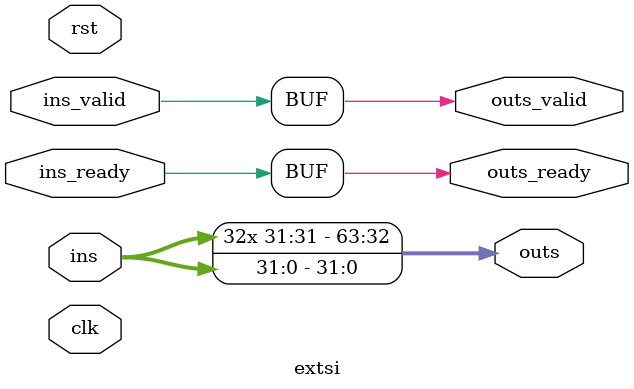
<source format=v>
module extsi #(
  parameter INPUT_WIDTH = 32,
  parameter OUTPUT_WIDTH = 64
)(
  // inputs
  input  clk,
  input  rst,
  input  [INPUT_WIDTH - 1 : 0] ins,
  input  ins_valid,
  input  ins_ready,
  // outputs
  output [OUTPUT_WIDTH - 1 : 0] outs,
  output outs_valid,
  output outs_ready
);

  assign outs = {{(OUTPUT_WIDTH - INPUT_WIDTH){ins[INPUT_WIDTH - 1]}}, ins};
  assign outs_valid = ins_valid;
  assign ins_ready = outs_ready;

endmodule
</source>
